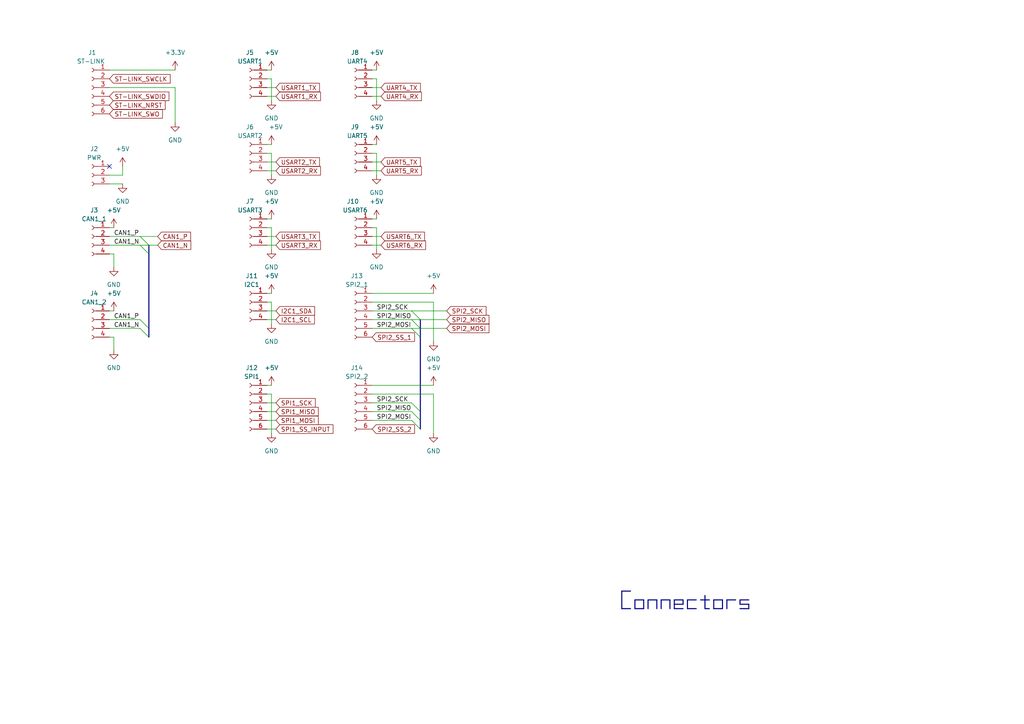
<source format=kicad_sch>
(kicad_sch (version 20230121) (generator eeschema)
  (paper "A4")
  (lib_symbols
    (symbol "Connector:Conn_01x03_Socket" (pin_names (offset 1.016) hide)
      (property "Reference" "J" (at 0 5.08 0))
      (property "Value" "Conn_01x03_Socket" (at 0 -5.08 0))
      (symbol "Conn_01x03_Socket_1_1"
        (arc (start 0 -2.032) (mid -0.5058 -2.54) (end 0 -3.048) (stroke (width 0.1524)))
        (polyline (pts (xy -1.27 -2.54) (xy -0.508 -2.54)) (stroke (width 0.1524)))
        (polyline (pts (xy -1.27 0) (xy -0.508 0)) (stroke (width 0.1524)))
        (polyline (pts (xy -1.27 2.54) (xy -0.508 2.54)) (stroke (width 0.1524)))
        (arc (start 0 0.508) (mid -0.5058 0) (end 0 -0.508) (stroke (width 0.1524)))
        (arc (start 0 3.048) (mid -0.5058 2.54) (end 0 2.032) (stroke (width 0.1524)))
        (pin passive line (at -5.08 2.54 0) (length 3.81) (name "Pin_1") (number "1"))
        (pin passive line (at -5.08 0 0) (length 3.81) (name "Pin_2") (number "2"))
        (pin passive line (at -5.08 -2.54 0) (length 3.81) (name "Pin_3") (number "3"))
      )
    )
    (symbol "Connector:Conn_01x04_Socket" (pin_names (offset 1.016) hide)
      (property "Reference" "J" (at 0 5.08 0))
      (property "Value" "Conn_01x04_Socket" (at 0 -7.62 0))
      (symbol "Conn_01x04_Socket_1_1"
        (arc (start 0 -4.572) (mid -0.5058 -5.08) (end 0 -5.588) (stroke (width 0.1524)))
        (arc (start 0 -2.032) (mid -0.5058 -2.54) (end 0 -3.048) (stroke (width 0.1524)))
        (polyline (pts (xy -1.27 -5.08) (xy -0.508 -5.08)) (stroke (width 0.1524)))
        (polyline (pts (xy -1.27 -2.54) (xy -0.508 -2.54)) (stroke (width 0.1524)))
        (polyline (pts (xy -1.27 0) (xy -0.508 0)) (stroke (width 0.1524)))
        (polyline (pts (xy -1.27 2.54) (xy -0.508 2.54)) (stroke (width 0.1524)))
        (arc (start 0 0.508) (mid -0.5058 0) (end 0 -0.508) (stroke (width 0.1524)))
        (arc (start 0 3.048) (mid -0.5058 2.54) (end 0 2.032) (stroke (width 0.1524)))
        (pin passive line (at -5.08 2.54 0) (length 3.81) (name "Pin_1") (number "1"))
        (pin passive line (at -5.08 0 0) (length 3.81) (name "Pin_2") (number "2"))
        (pin passive line (at -5.08 -2.54 0) (length 3.81) (name "Pin_3") (number "3"))
        (pin passive line (at -5.08 -5.08 0) (length 3.81) (name "Pin_4") (number "4"))
      )
    )
    (symbol "Connector:Conn_01x06_Socket" (pin_names (offset 1.016) hide)
      (property "Reference" "J" (at 0 7.62 0))
      (property "Value" "Conn_01x06_Socket" (at 0 -10.16 0))
      (symbol "Conn_01x06_Socket_1_1"
        (arc (start 0 -7.112) (mid -0.5058 -7.62) (end 0 -8.128) (stroke (width 0.1524)))
        (arc (start 0 -4.572) (mid -0.5058 -5.08) (end 0 -5.588) (stroke (width 0.1524)))
        (arc (start 0 -2.032) (mid -0.5058 -2.54) (end 0 -3.048) (stroke (width 0.1524)))
        (polyline (pts (xy -1.27 -7.62) (xy -0.508 -7.62)) (stroke (width 0.1524)))
        (polyline (pts (xy -1.27 -5.08) (xy -0.508 -5.08)) (stroke (width 0.1524)))
        (polyline (pts (xy -1.27 -2.54) (xy -0.508 -2.54)) (stroke (width 0.1524)))
        (polyline (pts (xy -1.27 0) (xy -0.508 0)) (stroke (width 0.1524)))
        (polyline (pts (xy -1.27 2.54) (xy -0.508 2.54)) (stroke (width 0.1524)))
        (polyline (pts (xy -1.27 5.08) (xy -0.508 5.08)) (stroke (width 0.1524)))
        (arc (start 0 0.508) (mid -0.5058 0) (end 0 -0.508) (stroke (width 0.1524)))
        (arc (start 0 3.048) (mid -0.5058 2.54) (end 0 2.032) (stroke (width 0.1524)))
        (arc (start 0 5.588) (mid -0.5058 5.08) (end 0 4.572) (stroke (width 0.1524)))
        (pin passive line (at -5.08 5.08 0) (length 3.81) (name "Pin_1") (number "1"))
        (pin passive line (at -5.08 2.54 0) (length 3.81) (name "Pin_2") (number "2"))
        (pin passive line (at -5.08 0 0) (length 3.81) (name "Pin_3") (number "3"))
        (pin passive line (at -5.08 -2.54 0) (length 3.81) (name "Pin_4") (number "4"))
        (pin passive line (at -5.08 -5.08 0) (length 3.81) (name "Pin_5") (number "5"))
        (pin passive line (at -5.08 -7.62 0) (length 3.81) (name "Pin_6") (number "6"))
      )
    )
    (symbol "power:+3.3V" (power) (pin_names (offset 0))
      (property "Value" "+3.3V" (at 0 3.556 0))
      (symbol "+3.3V_0_1"
        (polyline (pts (xy -0.762 1.27) (xy 0 2.54)))
        (polyline (pts (xy 0 0) (xy 0 2.54)))
        (polyline (pts (xy 0 2.54) (xy 0.762 1.27)))
      )
      (symbol "+3.3V_1_1"
        (pin power_in line (at 0 0 90) (length 0) hide (name "+3.3V") (number "1"))
      )
    )
    (symbol "power:+5V" (power) (pin_names (offset 0))
      (property "Value" "+5V" (at 0 3.556 0))
      (symbol "+5V_0_1"
        (polyline (pts (xy -0.762 1.27) (xy 0 2.54)))
        (polyline (pts (xy 0 0) (xy 0 2.54)))
        (polyline (pts (xy 0 2.54) (xy 0.762 1.27)))
      )
      (symbol "+5V_1_1"
        (pin power_in line (at 0 0 90) (length 0) hide (name "+5V") (number "1"))
      )
    )
    (symbol "power:GND" (power) (pin_names (offset 0))
      (property "Value" "GND" (at 0 -3.81 0))
      (symbol "GND_0_1"
        (polyline (pts (xy 0 0) (xy 0 -1.27) (xy 1.27 -1.27) (xy 0 -2.54) (xy -1.27 -1.27) (xy 0 -1.27)))
      )
      (symbol "GND_1_1"
        (pin power_in line (at 0 0 270) (length 0) hide (name "GND") (number "1"))
      )
    )
  )
  (no_connect (at 31.75 48.26))
  (bus_entry (at 40.64 92.71) (size 2.54 2.54))
  (bus_entry (at 119.38 92.71) (size 2.54 2.54))
  (bus_entry (at 119.38 119.38) (size 2.54 2.54))
  (bus_entry (at 119.38 95.25) (size 2.54 2.54))
  (bus_entry (at 119.38 121.92) (size 2.54 2.54))
  (bus_entry (at 119.38 116.84) (size 2.54 2.54))
  (bus_entry (at 40.64 95.25) (size 2.54 2.54))
  (bus_entry (at 119.38 90.17) (size 2.54 2.54))
  (bus_entry (at 40.64 68.58) (size 2.54 2.54))
  (bus_entry (at 40.64 71.12) (size 2.54 2.54))
  (bus (pts (xy 198.12 173.99) (xy 195.58 173.99)))
  (wire (pts (xy 109.22 41.91) (xy 107.95 41.91)))
  (wire (pts (xy 80.01 90.17) (xy 77.47 90.17)))
  (bus (pts (xy 204.47 172.72) (xy 204.47 176.53)))
  (bus (pts (xy 214.63 175.26) (xy 217.17 175.26)))
  (wire (pts (xy 109.22 44.45) (xy 107.95 44.45)))
  (bus (pts (xy 207.01 173.99) (xy 207.01 176.53)))
  (wire (pts (xy 78.74 87.63) (xy 78.74 93.98)))
  (wire (pts (xy 119.38 90.17) (xy 129.54 90.17)))
  (wire (pts (xy 31.75 71.12) (xy 40.64 71.12)))
  (bus (pts (xy 121.92 119.38) (xy 121.92 121.92)))
  (wire (pts (xy 78.74 114.3) (xy 78.74 125.73)))
  (bus (pts (xy 121.92 121.92) (xy 121.92 124.46)))
  (wire (pts (xy 119.38 92.71) (xy 121.92 92.71)))
  (wire (pts (xy 78.74 63.5) (xy 77.47 63.5)))
  (wire (pts (xy 31.75 92.71) (xy 40.64 92.71)))
  (bus (pts (xy 210.82 173.99) (xy 213.36 173.99)))
  (wire (pts (xy 110.49 49.53) (xy 107.95 49.53)))
  (bus (pts (xy 207.01 176.53) (xy 209.55 176.53)))
  (wire (pts (xy 109.22 66.04) (xy 107.95 66.04)))
  (wire (pts (xy 121.92 95.25) (xy 129.54 95.25)))
  (wire (pts (xy 80.01 119.38) (xy 77.47 119.38)))
  (bus (pts (xy 187.96 173.99) (xy 190.5 173.99)))
  (wire (pts (xy 31.75 50.8) (xy 35.56 50.8)))
  (wire (pts (xy 43.18 71.12) (xy 45.72 71.12)))
  (wire (pts (xy 78.74 29.21) (xy 78.74 22.86)))
  (wire (pts (xy 80.01 71.12) (xy 77.47 71.12)))
  (wire (pts (xy 109.22 20.32) (xy 107.95 20.32)))
  (wire (pts (xy 121.92 92.71) (xy 129.54 92.71)))
  (bus (pts (xy 43.18 73.66) (xy 43.18 95.25)))
  (wire (pts (xy 80.01 27.94) (xy 77.47 27.94)))
  (wire (pts (xy 125.73 87.63) (xy 125.73 99.06)))
  (wire (pts (xy 33.02 97.79) (xy 33.02 101.6)))
  (wire (pts (xy 50.8 25.4) (xy 50.8 35.56)))
  (wire (pts (xy 107.95 92.71) (xy 119.38 92.71)))
  (wire (pts (xy 31.75 90.17) (xy 33.02 90.17)))
  (wire (pts (xy 107.95 114.3) (xy 125.73 114.3)))
  (wire (pts (xy 78.74 87.63) (xy 77.47 87.63)))
  (wire (pts (xy 107.95 116.84) (xy 119.38 116.84)))
  (wire (pts (xy 107.95 90.17) (xy 119.38 90.17)))
  (wire (pts (xy 80.01 49.53) (xy 77.47 49.53)))
  (wire (pts (xy 40.64 68.58) (xy 45.72 68.58)))
  (wire (pts (xy 107.95 121.92) (xy 119.38 121.92)))
  (wire (pts (xy 110.49 68.58) (xy 107.95 68.58)))
  (wire (pts (xy 35.56 48.26) (xy 35.56 50.8)))
  (bus (pts (xy 121.92 95.25) (xy 121.92 97.79)))
  (bus (pts (xy 190.5 173.99) (xy 190.5 176.53)))
  (wire (pts (xy 77.47 114.3) (xy 78.74 114.3)))
  (wire (pts (xy 40.64 71.12) (xy 43.18 71.12)))
  (bus (pts (xy 43.18 71.12) (xy 43.18 73.66)))
  (wire (pts (xy 31.75 73.66) (xy 33.02 73.66)))
  (bus (pts (xy 217.17 173.99) (xy 214.63 173.99)))
  (bus (pts (xy 43.18 95.25) (xy 43.18 97.79)))
  (wire (pts (xy 35.56 53.34) (xy 31.75 53.34)))
  (wire (pts (xy 80.01 92.71) (xy 77.47 92.71)))
  (bus (pts (xy 210.82 176.53) (xy 210.82 173.99)))
  (wire (pts (xy 80.01 46.99) (xy 77.47 46.99)))
  (bus (pts (xy 121.92 97.79) (xy 121.92 119.38)))
  (bus (pts (xy 186.69 176.53) (xy 186.69 173.99)))
  (bus (pts (xy 187.96 176.53) (xy 187.96 173.99)))
  (bus (pts (xy 191.77 176.53) (xy 191.77 173.99)))
  (bus (pts (xy 198.12 175.26) (xy 198.12 173.99)))
  (wire (pts (xy 80.01 68.58) (xy 77.47 68.58)))
  (bus (pts (xy 199.39 176.53) (xy 201.93 176.53)))
  (bus (pts (xy 203.2 173.99) (xy 205.74 173.99)))
  (bus (pts (xy 194.31 173.99) (xy 194.31 176.53)))
  (wire (pts (xy 107.95 87.63) (xy 125.73 87.63)))
  (wire (pts (xy 109.22 72.39) (xy 109.22 66.04)))
  (wire (pts (xy 80.01 116.84) (xy 77.47 116.84)))
  (wire (pts (xy 110.49 25.4) (xy 107.95 25.4)))
  (wire (pts (xy 31.75 25.4) (xy 50.8 25.4)))
  (wire (pts (xy 80.01 124.46) (xy 77.47 124.46)))
  (wire (pts (xy 119.38 95.25) (xy 121.92 95.25)))
  (wire (pts (xy 109.22 29.21) (xy 109.22 22.86)))
  (wire (pts (xy 107.95 111.76) (xy 125.73 111.76)))
  (bus (pts (xy 204.47 176.53) (xy 205.74 176.53)))
  (bus (pts (xy 121.92 92.71) (xy 121.92 95.25)))
  (wire (pts (xy 78.74 20.32) (xy 77.47 20.32)))
  (wire (pts (xy 33.02 77.47) (xy 33.02 73.66)))
  (wire (pts (xy 78.74 50.8) (xy 78.74 44.45)))
  (bus (pts (xy 191.77 173.99) (xy 194.31 173.99)))
  (wire (pts (xy 31.75 95.25) (xy 40.64 95.25)))
  (wire (pts (xy 78.74 22.86) (xy 77.47 22.86)))
  (wire (pts (xy 31.75 66.04) (xy 33.02 66.04)))
  (wire (pts (xy 78.74 41.91) (xy 77.47 41.91)))
  (bus (pts (xy 207.01 173.99) (xy 209.55 173.99)))
  (wire (pts (xy 78.74 66.04) (xy 78.74 72.39)))
  (wire (pts (xy 110.49 27.94) (xy 107.95 27.94)))
  (wire (pts (xy 78.74 44.45) (xy 77.47 44.45)))
  (wire (pts (xy 78.74 85.09) (xy 77.47 85.09)))
  (bus (pts (xy 195.58 173.99) (xy 195.58 176.53)))
  (bus (pts (xy 195.58 175.26) (xy 198.12 175.26)))
  (wire (pts (xy 109.22 22.86) (xy 107.95 22.86)))
  (wire (pts (xy 80.01 25.4) (xy 77.47 25.4)))
  (wire (pts (xy 107.95 119.38) (xy 119.38 119.38)))
  (bus (pts (xy 217.17 175.26) (xy 217.17 176.53)))
  (bus (pts (xy 182.88 171.45) (xy 180.34 171.45)))
  (wire (pts (xy 78.74 66.04) (xy 77.47 66.04)))
  (wire (pts (xy 31.75 97.79) (xy 33.02 97.79)))
  (bus (pts (xy 184.15 176.53) (xy 186.69 176.53)))
  (bus (pts (xy 195.58 176.53) (xy 198.12 176.53)))
  (bus (pts (xy 209.55 176.53) (xy 209.55 173.99)))
  (bus (pts (xy 199.39 173.99) (xy 199.39 176.53)))
  (wire (pts (xy 109.22 50.8) (xy 109.22 44.45)))
  (wire (pts (xy 110.49 46.99) (xy 107.95 46.99)))
  (wire (pts (xy 107.95 85.09) (xy 125.73 85.09)))
  (bus (pts (xy 214.63 176.53) (xy 217.17 176.53)))
  (wire (pts (xy 109.22 63.5) (xy 107.95 63.5)))
  (wire (pts (xy 31.75 68.58) (xy 40.64 68.58)))
  (bus (pts (xy 180.34 171.45) (xy 180.34 176.53)))
  (wire (pts (xy 80.01 121.92) (xy 77.47 121.92)))
  (wire (pts (xy 107.95 95.25) (xy 119.38 95.25)))
  (wire (pts (xy 31.75 20.32) (xy 50.8 20.32)))
  (wire (pts (xy 110.49 71.12) (xy 107.95 71.12)))
  (wire (pts (xy 125.73 114.3) (xy 125.73 125.73)))
  (wire (pts (xy 77.47 111.76) (xy 78.74 111.76)))
  (bus (pts (xy 184.15 173.99) (xy 184.15 176.53)))
  (bus (pts (xy 184.15 173.99) (xy 186.69 173.99)))
  (bus (pts (xy 201.93 173.99) (xy 199.39 173.99)))
  (bus (pts (xy 214.63 173.99) (xy 214.63 175.26)))
  (bus (pts (xy 180.34 176.53) (xy 182.88 176.53)))
  (label "SPI2_MISO" (at 109.22 119.38 0))
  (label "SPI2_SCK" (at 109.22 90.17 0))
  (label "SPI2_SCK" (at 109.22 116.84 0))
  (label "CAN1_P" (at 33.02 68.58 0))
  (label "CAN1_P" (at 33.02 92.71 0))
  (label "CAN1_N" (at 33.02 95.25 0))
  (label "SPI2_MISO" (at 109.22 92.71 0))
  (label "SPI2_MOSI" (at 109.22 95.25 0))
  (label "SPI2_MOSI" (at 109.22 121.92 0))
  (label "CAN1_N" (at 33.02 71.12 0))
  (global_label "SPI2_SCK" (shape input) (at 129.54 90.17 0) (property "Intersheetrefs" "${INTERSHEET_REFS}" (effects hide)))
  (global_label "USART3_RX" (shape input) (at 80.01 71.12 0) (property "Intersheetrefs" "${INTERSHEET_REFS}" (effects hide)))
  (global_label "SPI2_SS_2" (shape input) (at 107.95 124.46 0) (property "Intersheetrefs" "${INTERSHEET_REFS}" (effects hide)))
  (global_label "CAN1_N" (shape input) (at 45.72 71.12 0) (property "Intersheetrefs" "${INTERSHEET_REFS}" (effects hide)))
  (global_label "ST-LINK_SWO" (shape input) (at 31.75 33.02 0) (property "Intersheetrefs" "${INTERSHEET_REFS}" (effects hide)))
  (global_label "USART6_RX" (shape input) (at 110.49 71.12 0) (property "Intersheetrefs" "${INTERSHEET_REFS}" (effects hide)))
  (global_label "SPI1_SCK" (shape input) (at 80.01 116.84 0) (property "Intersheetrefs" "${INTERSHEET_REFS}" (effects hide)))
  (global_label "UART4_RX" (shape input) (at 110.49 27.94 0) (property "Intersheetrefs" "${INTERSHEET_REFS}" (effects hide)))
  (global_label "SPI2_MISO" (shape input) (at 129.54 92.71 0) (property "Intersheetrefs" "${INTERSHEET_REFS}" (effects hide)))
  (global_label "USART3_TX" (shape input) (at 80.01 68.58 0) (property "Intersheetrefs" "${INTERSHEET_REFS}" (effects hide)))
  (global_label "UART5_TX" (shape input) (at 110.49 46.99 0) (property "Intersheetrefs" "${INTERSHEET_REFS}" (effects hide)))
  (global_label "CAN1_P" (shape input) (at 45.72 68.58 0) (property "Intersheetrefs" "${INTERSHEET_REFS}" (effects hide)))
  (global_label "SPI2_MOSI" (shape input) (at 129.54 95.25 0) (property "Intersheetrefs" "${INTERSHEET_REFS}" (effects hide)))
  (global_label "USART1_TX" (shape input) (at 80.01 25.4 0) (property "Intersheetrefs" "${INTERSHEET_REFS}" (effects hide)))
  (global_label "USART6_TX" (shape input) (at 110.49 68.58 0) (property "Intersheetrefs" "${INTERSHEET_REFS}" (effects hide)))
  (global_label "I2C1_SCL" (shape input) (at 80.01 92.71 0) (property "Intersheetrefs" "${INTERSHEET_REFS}" (effects hide)))
  (global_label "ST-LINK_NRST" (shape input) (at 31.75 30.48 0) (property "Intersheetrefs" "${INTERSHEET_REFS}" (effects hide)))
  (global_label "USART1_RX" (shape input) (at 80.01 27.94 0) (property "Intersheetrefs" "${INTERSHEET_REFS}" (effects hide)))
  (global_label "SPI1_SS_INPUT" (shape input) (at 80.01 124.46 0) (property "Intersheetrefs" "${INTERSHEET_REFS}" (effects hide)))
  (global_label "USART2_RX" (shape input) (at 80.01 49.53 0) (property "Intersheetrefs" "${INTERSHEET_REFS}" (effects hide)))
  (global_label "ST-LINK_SWDIO" (shape input) (at 31.75 27.94 0) (property "Intersheetrefs" "${INTERSHEET_REFS}" (effects hide)))
  (global_label "SPI1_MISO" (shape input) (at 80.01 119.38 0) (property "Intersheetrefs" "${INTERSHEET_REFS}" (effects hide)))
  (global_label "UART4_TX" (shape input) (at 110.49 25.4 0) (property "Intersheetrefs" "${INTERSHEET_REFS}" (effects hide)))
  (global_label "ST-LINK_SWCLK" (shape input) (at 31.75 22.86 0) (property "Intersheetrefs" "${INTERSHEET_REFS}" (effects hide)))
  (global_label "USART2_TX" (shape input) (at 80.01 46.99 0) (property "Intersheetrefs" "${INTERSHEET_REFS}" (effects hide)))
  (global_label "SPI1_MOSI" (shape input) (at 80.01 121.92 0) (property "Intersheetrefs" "${INTERSHEET_REFS}" (effects hide)))
  (global_label "I2C1_SDA" (shape input) (at 80.01 90.17 0) (property "Intersheetrefs" "${INTERSHEET_REFS}" (effects hide)))
  (global_label "UART5_RX" (shape input) (at 110.49 49.53 0) (property "Intersheetrefs" "${INTERSHEET_REFS}" (effects hide)))
  (global_label "SPI2_SS_1" (shape input) (at 107.95 97.79 0) (property "Intersheetrefs" "${INTERSHEET_REFS}" (effects hide)))
  (symbol (lib_id "power:+5V") (at 35.56 48.26 0) (unit 1)
    (property "Reference" "#PWR025" (effects hide))
    (property "Value" "+5V" (at 35.56 43.18 0))
  )
  (symbol (lib_id "power:+5V") (at 78.74 41.91 0) (unit 1)
    (property "Reference" "#PWR032" (effects hide))
    (property "Value" "+5V" (at 80.01 36.83 0))
  )
  (symbol (lib_id "power:+5V") (at 78.74 85.09 0) (unit 1)
    (property "Reference" "#PWR043" (effects hide))
    (property "Value" "+5V" (at 78.74 80.01 0))
  )
  (symbol (lib_id "power:+5V") (at 78.74 111.76 0) (unit 1)
    (property "Reference" "#PWR046" (effects hide))
    (property "Value" "+5V" (at 78.74 106.68 0))
  )
  (symbol (lib_id "Connector:Conn_01x03_Socket") (at 26.67 50.8 0) (mirror y) (unit 1)
    (property "Reference" "J2" (at 27.305 43.18 0))
    (property "Value" "PWR" (at 27.305 45.72 0))
    (property "Footprint" "Connector_JST:JST_XH_B3B-XH-A_1x03_P2.50mm_Vertical" (effects hide))
  )
  (symbol (lib_id "power:GND") (at 78.74 50.8 0) (unit 1)
    (property "Reference" "#PWR038" (effects hide))
    (property "Value" "GND" (at 78.74 55.88 0))
  )
  (symbol (lib_id "Connector:Conn_01x04_Socket") (at 72.39 66.04 0) (mirror y) (unit 1)
    (property "Reference" "J7" (at 73.66 58.42 0) (effects (justify left)))
    (property "Value" "USART3" (at 76.2 60.96 0) (effects (justify left)))
    (property "Footprint" "mecha_connectors:DF1B-4P-2.5DSA" (effects hide))
  )
  (symbol (lib_id "power:+5V") (at 33.02 66.04 0) (unit 1)
    (property "Reference" "#PWR027" (effects hide))
    (property "Value" "+5V" (at 33.02 60.96 0))
  )
  (symbol (lib_id "power:GND") (at 33.02 101.6 0) (unit 1)
    (property "Reference" "#PWR056" (effects hide))
    (property "Value" "GND" (at 33.02 106.68 0))
  )
  (symbol (lib_id "power:GND") (at 78.74 93.98 0) (unit 1)
    (property "Reference" "#PWR044" (effects hide))
    (property "Value" "GND" (at 78.74 99.06 0))
  )
  (symbol (lib_id "power:GND") (at 125.73 125.73 0) (unit 1)
    (property "Reference" "#PWR050" (effects hide))
    (property "Value" "GND" (at 125.73 130.81 0))
  )
  (symbol (lib_id "Connector:Conn_01x06_Socket") (at 26.67 25.4 0) (mirror y) (unit 1)
    (property "Reference" "J1" (at 27.94 15.24 0) (effects (justify left)))
    (property "Value" "ST-LINK" (at 30.48 17.78 0) (effects (justify left)))
    (property "Footprint" "mecha_connectors:ZH_6pin_Straight" (effects hide))
  )
  (symbol (lib_id "power:+5V") (at 78.74 20.32 0) (unit 1)
    (property "Reference" "#PWR031" (effects hide))
    (property "Value" "+5V" (at 78.74 15.24 0))
  )
  (symbol (lib_id "power:GND") (at 109.22 29.21 0) (unit 1)
    (property "Reference" "#PWR040" (effects hide))
    (property "Value" "GND" (at 109.22 34.29 0))
  )
  (symbol (lib_id "power:GND") (at 33.02 77.47 0) (unit 1)
    (property "Reference" "#PWR028" (effects hide))
    (property "Value" "GND" (at 33.02 82.55 0))
  )
  (symbol (lib_id "power:+5V") (at 109.22 20.32 0) (unit 1)
    (property "Reference" "#PWR034" (effects hide))
    (property "Value" "+5V" (at 109.22 15.24 0))
  )
  (symbol (lib_id "power:GND") (at 78.74 72.39 0) (unit 1)
    (property "Reference" "#PWR039" (effects hide))
    (property "Value" "GND" (at 78.74 77.47 0))
  )
  (symbol (lib_id "Connector:Conn_01x04_Socket") (at 102.87 22.86 0) (mirror y) (unit 1)
    (property "Reference" "J8" (at 104.14 15.24 0) (effects (justify left)))
    (property "Value" "UART4" (at 106.68 17.78 0) (effects (justify left)))
    (property "Footprint" "mecha_connectors:DF1B-4P-2.5DSA" (effects hide))
  )
  (symbol (lib_id "Connector:Conn_01x04_Socket") (at 72.39 44.45 0) (mirror y) (unit 1)
    (property "Reference" "J6" (at 73.66 36.83 0) (effects (justify left)))
    (property "Value" "USART2" (at 76.2 39.37 0) (effects (justify left)))
    (property "Footprint" "mecha_connectors:DF1B-4P-2.5DSA" (effects hide))
  )
  (symbol (lib_id "Connector:Conn_01x06_Socket") (at 102.87 116.84 0) (mirror y) (unit 1)
    (property "Reference" "J14" (at 103.505 106.68 0))
    (property "Value" "SPI2_2" (at 103.505 109.22 0))
    (property "Footprint" "mecha_connectors:XH_Connector_6pin" (effects hide))
  )
  (symbol (lib_id "power:GND") (at 109.22 72.39 0) (unit 1)
    (property "Reference" "#PWR042" (effects hide))
    (property "Value" "GND" (at 109.22 77.47 0))
  )
  (symbol (lib_id "Connector:Conn_01x04_Socket") (at 72.39 22.86 0) (mirror y) (unit 1)
    (property "Reference" "J5" (at 73.66 15.24 0) (effects (justify left)))
    (property "Value" "USART1" (at 76.2 17.78 0) (effects (justify left)))
    (property "Footprint" "mecha_connectors:DF1B-4P-2.5DSA" (effects hide))
  )
  (symbol (lib_id "power:+5V") (at 125.73 85.09 0) (unit 1)
    (property "Reference" "#PWR047" (effects hide))
    (property "Value" "+5V" (at 125.73 80.01 0))
  )
  (symbol (lib_id "Connector:Conn_01x06_Socket") (at 102.87 90.17 0) (mirror y) (unit 1)
    (property "Reference" "J13" (at 103.505 80.01 0))
    (property "Value" "SPI2_1" (at 103.505 82.55 0))
    (property "Footprint" "mecha_connectors:XH_Connector_6pin" (effects hide))
  )
  (symbol (lib_id "Connector:Conn_01x04_Socket") (at 26.67 68.58 0) (mirror y) (unit 1)
    (property "Reference" "J3" (at 27.305 60.96 0))
    (property "Value" "CAN1_1" (at 27.305 63.5 0))
    (property "Footprint" "mecha_connectors:XA_4pin_Straight" (effects hide))
  )
  (symbol (lib_id "power:GND") (at 125.73 99.06 0) (unit 1)
    (property "Reference" "#PWR048" (effects hide))
    (property "Value" "GND" (at 125.73 104.14 0))
  )
  (symbol (lib_id "power:GND") (at 78.74 29.21 0) (unit 1)
    (property "Reference" "#PWR037" (effects hide))
    (property "Value" "GND" (at 78.74 34.29 0))
  )
  (symbol (lib_id "power:+5V") (at 78.74 63.5 0) (unit 1)
    (property "Reference" "#PWR033" (effects hide))
    (property "Value" "+5V" (at 78.74 58.42 0))
  )
  (symbol (lib_id "power:+5V") (at 125.73 111.76 0) (unit 1)
    (property "Reference" "#PWR049" (effects hide))
    (property "Value" "+5V" (at 125.73 106.68 0))
  )
  (symbol (lib_id "power:GND") (at 50.8 35.56 0) (unit 1)
    (property "Reference" "#PWR023" (effects hide))
    (property "Value" "GND" (at 50.8 40.64 0))
  )
  (symbol (lib_id "Connector:Conn_01x04_Socket") (at 72.39 87.63 0) (mirror y) (unit 1)
    (property "Reference" "J11" (at 73.025 80.01 0))
    (property "Value" "I2C1" (at 73.025 82.55 0))
    (property "Footprint" "mecha_connectors:XA_4pin_Straight" (effects hide))
  )
  (symbol (lib_id "Connector:Conn_01x04_Socket") (at 102.87 44.45 0) (mirror y) (unit 1)
    (property "Reference" "J9" (at 104.14 36.83 0) (effects (justify left)))
    (property "Value" "UART5" (at 106.68 39.37 0) (effects (justify left)))
    (property "Footprint" "mecha_connectors:DF1B-4P-2.5DSA" (effects hide))
  )
  (symbol (lib_id "power:GND") (at 78.74 125.73 0) (unit 1)
    (property "Reference" "#PWR045" (effects hide))
    (property "Value" "GND" (at 78.74 130.81 0))
  )
  (symbol (lib_id "power:+5V") (at 109.22 41.91 0) (unit 1)
    (property "Reference" "#PWR035" (effects hide))
    (property "Value" "+5V" (at 109.22 36.83 0))
  )
  (symbol (lib_id "power:GND") (at 109.22 50.8 0) (unit 1)
    (property "Reference" "#PWR041" (effects hide))
    (property "Value" "GND" (at 109.22 55.88 0))
  )
  (symbol (lib_id "power:+3.3V") (at 50.8 20.32 0) (unit 1)
    (property "Reference" "#PWR024" (effects hide))
    (property "Value" "+3.3V" (at 50.8 15.24 0))
  )
  (symbol (lib_id "Connector:Conn_01x04_Socket") (at 26.67 92.71 0) (mirror y) (unit 1)
    (property "Reference" "J4" (at 27.305 85.09 0))
    (property "Value" "CAN1_2" (at 27.305 87.63 0))
    (property "Footprint" "mecha_connectors:XA_4pin_Straight" (effects hide))
  )
  (symbol (lib_id "Connector:Conn_01x06_Socket") (at 72.39 116.84 0) (mirror y) (unit 1)
    (property "Reference" "J12" (at 73.025 106.68 0))
    (property "Value" "SPI1" (at 73.025 109.22 0))
    (property "Footprint" "mecha_connectors:XH_Connector_6pin" (effects hide))
  )
  (symbol (lib_id "Connector:Conn_01x04_Socket") (at 102.87 66.04 0) (mirror y) (unit 1)
    (property "Reference" "J10" (at 104.14 58.42 0) (effects (justify left)))
    (property "Value" "USART6" (at 106.68 60.96 0) (effects (justify left)))
    (property "Footprint" "mecha_connectors:DF1B-4P-2.5DSA" (effects hide))
  )
  (symbol (lib_id "power:+5V") (at 109.22 63.5 0) (unit 1)
    (property "Reference" "#PWR036" (effects hide))
    (property "Value" "+5V" (at 109.22 58.42 0))
  )
  (symbol (lib_id "power:+5V") (at 33.02 90.17 0) (unit 1)
    (property "Reference" "#PWR055" (effects hide))
    (property "Value" "+5V" (at 33.02 85.09 0))
  )
  (symbol (lib_id "power:GND") (at 35.56 53.34 0) (unit 1)
    (property "Reference" "#PWR026" (effects hide))
    (property "Value" "GND" (at 35.56 58.42 0))
  )
)
</source>
